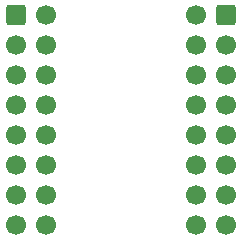
<source format=gbr>
%TF.GenerationSoftware,KiCad,Pcbnew,7.0.6-0*%
%TF.CreationDate,2023-08-20T22:08:50-07:00*%
%TF.ProjectId,IDC_adapter,4944435f-6164-4617-9074-65722e6b6963,rev?*%
%TF.SameCoordinates,Original*%
%TF.FileFunction,Soldermask,Top*%
%TF.FilePolarity,Negative*%
%FSLAX46Y46*%
G04 Gerber Fmt 4.6, Leading zero omitted, Abs format (unit mm)*
G04 Created by KiCad (PCBNEW 7.0.6-0) date 2023-08-20 22:08:50*
%MOMM*%
%LPD*%
G01*
G04 APERTURE LIST*
G04 Aperture macros list*
%AMRoundRect*
0 Rectangle with rounded corners*
0 $1 Rounding radius*
0 $2 $3 $4 $5 $6 $7 $8 $9 X,Y pos of 4 corners*
0 Add a 4 corners polygon primitive as box body*
4,1,4,$2,$3,$4,$5,$6,$7,$8,$9,$2,$3,0*
0 Add four circle primitives for the rounded corners*
1,1,$1+$1,$2,$3*
1,1,$1+$1,$4,$5*
1,1,$1+$1,$6,$7*
1,1,$1+$1,$8,$9*
0 Add four rect primitives between the rounded corners*
20,1,$1+$1,$2,$3,$4,$5,0*
20,1,$1+$1,$4,$5,$6,$7,0*
20,1,$1+$1,$6,$7,$8,$9,0*
20,1,$1+$1,$8,$9,$2,$3,0*%
G04 Aperture macros list end*
%ADD10RoundRect,0.250000X-0.600000X-0.600000X0.600000X-0.600000X0.600000X0.600000X-0.600000X0.600000X0*%
%ADD11C,1.700000*%
%ADD12RoundRect,0.250000X0.600000X0.600000X-0.600000X0.600000X-0.600000X-0.600000X0.600000X-0.600000X0*%
G04 APERTURE END LIST*
D10*
%TO.C,J1*%
X148590000Y-95885000D03*
D11*
X151130000Y-95885000D03*
X148590000Y-98425000D03*
X151130000Y-98425000D03*
X148590000Y-100965000D03*
X151130000Y-100965000D03*
X148590000Y-103505000D03*
X151130000Y-103505000D03*
X148590000Y-106045000D03*
X151130000Y-106045000D03*
X148590000Y-108585000D03*
X151130000Y-108585000D03*
X148590000Y-111125000D03*
X151130000Y-111125000D03*
X148590000Y-113665000D03*
X151130000Y-113665000D03*
%TD*%
D12*
%TO.C,J2*%
X166370000Y-95885000D03*
D11*
X163830000Y-95885000D03*
X166370000Y-98425000D03*
X163830000Y-98425000D03*
X166370000Y-100965000D03*
X163830000Y-100965000D03*
X166370000Y-103505000D03*
X163830000Y-103505000D03*
X166370000Y-106045000D03*
X163830000Y-106045000D03*
X166370000Y-108585000D03*
X163830000Y-108585000D03*
X166370000Y-111125000D03*
X163830000Y-111125000D03*
X166370000Y-113665000D03*
X163830000Y-113665000D03*
%TD*%
M02*

</source>
